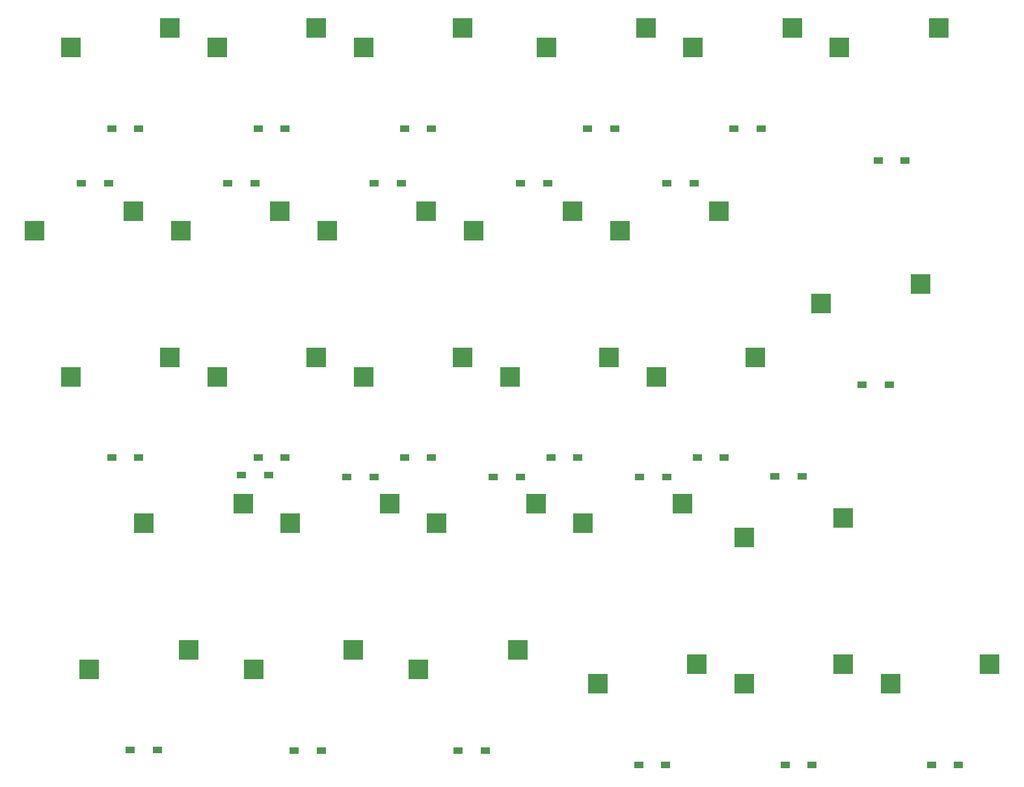
<source format=gbr>
G04 #@! TF.GenerationSoftware,KiCad,Pcbnew,7.0.8*
G04 #@! TF.CreationDate,2023-10-29T20:23:16+09:00*
G04 #@! TF.ProjectId,ckb9,636b6239-2e6b-4696-9361-645f70636258,rev?*
G04 #@! TF.SameCoordinates,Original*
G04 #@! TF.FileFunction,Paste,Bot*
G04 #@! TF.FilePolarity,Positive*
%FSLAX46Y46*%
G04 Gerber Fmt 4.6, Leading zero omitted, Abs format (unit mm)*
G04 Created by KiCad (PCBNEW 7.0.8) date 2023-10-29 20:23:16*
%MOMM*%
%LPD*%
G01*
G04 APERTURE LIST*
%ADD10R,1.300000X0.950000*%
%ADD11R,2.550000X2.500000*%
G04 APERTURE END LIST*
D10*
X561057500Y58720000D03*
X564607500Y58720000D03*
X580107500Y58720000D03*
X583657500Y58720000D03*
X599157500Y58720000D03*
X602707500Y58720000D03*
X622970000Y58720000D03*
X626520000Y58720000D03*
X642020000Y58720000D03*
X645570000Y58720000D03*
X660795000Y54530000D03*
X664345000Y54530000D03*
X557085000Y51577500D03*
X560635000Y51577500D03*
X576135000Y51577500D03*
X579685000Y51577500D03*
X595185000Y51577500D03*
X598735000Y51577500D03*
X614235000Y51577500D03*
X617785000Y51577500D03*
X633285000Y51577500D03*
X636835000Y51577500D03*
X561057500Y15857500D03*
X564607500Y15857500D03*
X580107500Y15857500D03*
X583657500Y15857500D03*
X599157500Y15857500D03*
X602707500Y15857500D03*
X618207500Y15857500D03*
X621757500Y15857500D03*
X637257500Y15857500D03*
X640807500Y15857500D03*
X577945000Y13570000D03*
X581495000Y13570000D03*
X591672500Y13337500D03*
X595222500Y13337500D03*
X610722500Y13337500D03*
X614272500Y13337500D03*
X629772500Y13337500D03*
X633322500Y13337500D03*
X647355000Y13400000D03*
X650905000Y13400000D03*
X606125000Y-22360000D03*
X609675000Y-22360000D03*
X629637500Y-24147500D03*
X633187500Y-24147500D03*
X648687500Y-24147500D03*
X652237500Y-24147500D03*
X667737500Y-24147500D03*
X671287500Y-24147500D03*
X563438500Y-22242500D03*
X566988500Y-22242500D03*
X584835000Y-22290000D03*
X588385000Y-22290000D03*
X658688500Y25382500D03*
X662238500Y25382500D03*
D11*
X555747500Y69260000D03*
X568674500Y71800000D03*
X574797500Y69260000D03*
X587724500Y71800000D03*
X593847500Y69260000D03*
X606774500Y71800000D03*
X617660000Y69260000D03*
X630587000Y71800000D03*
X636710000Y69260000D03*
X649637000Y71800000D03*
X655760000Y69260000D03*
X668687000Y71800000D03*
X550985000Y45447500D03*
X563912000Y47987500D03*
X570035000Y45447500D03*
X582962000Y47987500D03*
X589085000Y45447500D03*
X602012000Y47987500D03*
X608135000Y45447500D03*
X621062000Y47987500D03*
X627185000Y45447500D03*
X640112000Y47987500D03*
X555747500Y26397500D03*
X568674500Y28937500D03*
X574797500Y26397500D03*
X587724500Y28937500D03*
X593847500Y26397500D03*
X606774500Y28937500D03*
X612897500Y26397500D03*
X625824500Y28937500D03*
X631947500Y26397500D03*
X644874500Y28937500D03*
X565272500Y7347500D03*
X578199500Y9887500D03*
X584322500Y7347500D03*
X597249500Y9887500D03*
X603372500Y7347500D03*
X616299500Y9887500D03*
X622422500Y7347500D03*
X635349500Y9887500D03*
X643377500Y5442500D03*
X656304500Y7982500D03*
X600991000Y-11702500D03*
X613918000Y-9162500D03*
X624327500Y-13607500D03*
X637254500Y-11067500D03*
X643377500Y-13607500D03*
X656304500Y-11067500D03*
X662427500Y-13607500D03*
X675354500Y-11067500D03*
X558128500Y-11702500D03*
X571055500Y-9162500D03*
X579560000Y-11702500D03*
X592487000Y-9162500D03*
X653378500Y35922500D03*
X666305500Y38462500D03*
M02*

</source>
